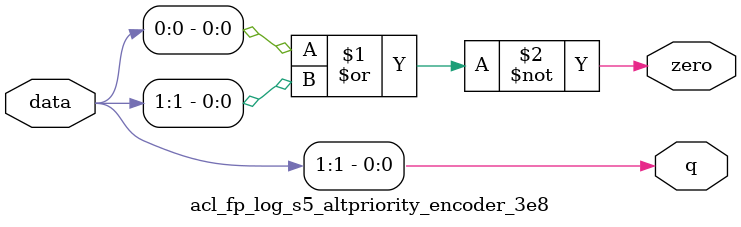
<source format=v>
module  acl_fp_log_s5_altpriority_encoder_3e8
	( 
	data,
	q,
	zero) ;
	input   [1:0]  data;
	output   [0:0]  q;
	output   zero;
	assign
		q = {data[1]},
		zero = (~ (data[0] | data[1]));
endmodule
</source>
